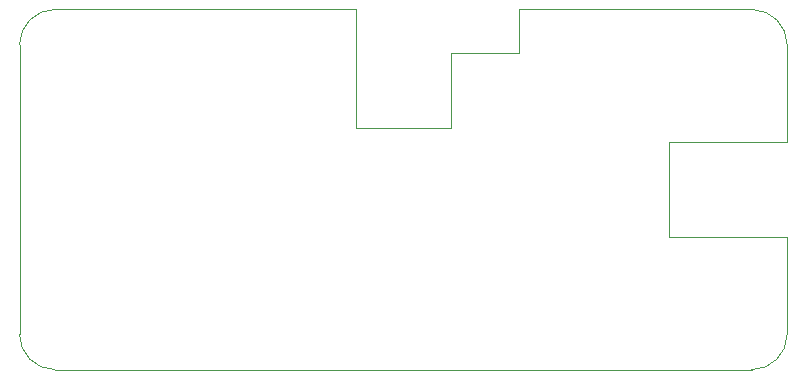
<source format=gm1>
%TF.GenerationSoftware,KiCad,Pcbnew,8.0.6*%
%TF.CreationDate,2024-11-01T15:47:02+09:00*%
%TF.ProjectId,powerups,706f7765-7275-4707-932e-6b696361645f,0.9.2*%
%TF.SameCoordinates,Original*%
%TF.FileFunction,Profile,NP*%
%FSLAX46Y46*%
G04 Gerber Fmt 4.6, Leading zero omitted, Abs format (unit mm)*
G04 Created by KiCad (PCBNEW 8.0.6) date 2024-11-01 15:47:02*
%MOMM*%
%LPD*%
G01*
G04 APERTURE LIST*
%TA.AperFunction,Profile*%
%ADD10C,0.050000*%
%TD*%
G04 APERTURE END LIST*
D10*
X151190000Y-101020000D02*
X151190000Y-93030000D01*
X124710000Y-81780000D02*
X99190000Y-81780000D01*
X151190000Y-93030000D02*
X161190000Y-93030000D01*
X132710000Y-85500000D02*
X132710000Y-91780000D01*
X138510000Y-81780000D02*
X138510000Y-85500000D01*
X161190000Y-109280000D02*
G75*
G02*
X158190000Y-112280000I-3000000J0D01*
G01*
X124710000Y-91780000D02*
X132710000Y-91780000D01*
X96190000Y-84780000D02*
X96190000Y-109280000D01*
X99190000Y-112280000D02*
X158190000Y-112280000D01*
X132710000Y-85500000D02*
X138510000Y-85500000D01*
X158190000Y-81780000D02*
G75*
G02*
X161190000Y-84780000I0J-3000000D01*
G01*
X99190000Y-112280000D02*
G75*
G02*
X96190000Y-109280000I0J3000000D01*
G01*
X124710000Y-81780000D02*
X124710000Y-91780000D01*
X161190000Y-93030000D02*
X161190000Y-84780000D01*
X161190000Y-109280000D02*
X161190000Y-101020000D01*
X151190000Y-101020000D02*
X161190000Y-101020000D01*
X138510000Y-81780000D02*
X158190000Y-81780000D01*
X96190000Y-84780000D02*
G75*
G02*
X99190000Y-81780000I3000000J0D01*
G01*
M02*

</source>
